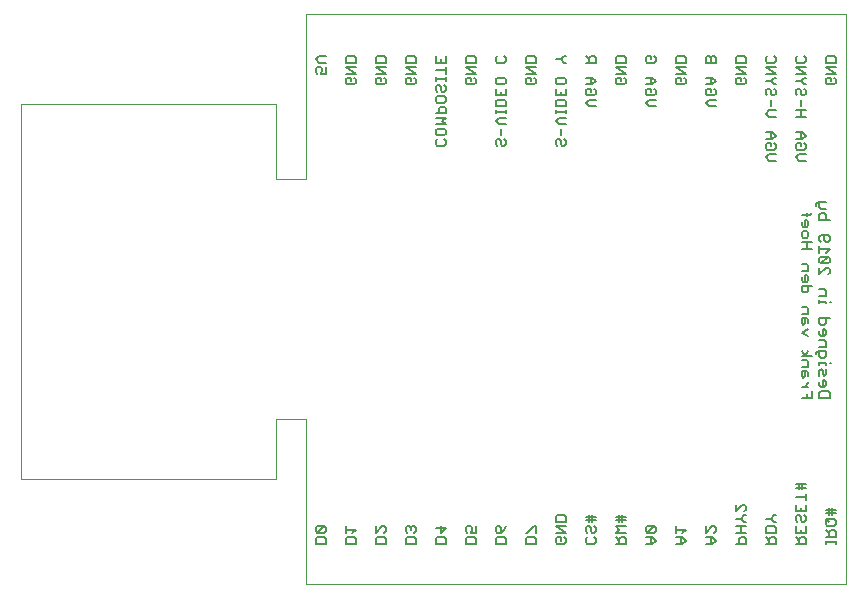
<source format=gbo>
G75*
%MOMM*%
%OFA0B0*%
%FSLAX33Y33*%
%IPPOS*%
%LPD*%
%AMOC8*
5,1,8,0,0,1.08239X$1,22.5*
%
%ADD10C,0.000*%
%ADD11C,0.152*%
D10*
X00354Y09244D02*
X21944Y09244D01*
X21944Y14324D01*
X24484Y14324D01*
X24484Y00354D01*
X70204Y00354D01*
X70204Y48614D01*
X24484Y48614D01*
X24484Y34644D01*
X21944Y34644D01*
X21944Y40994D01*
X00354Y40994D01*
X00354Y09244D01*
D11*
X25322Y05077D02*
X25322Y04794D01*
X25464Y04653D01*
X26029Y05219D01*
X25464Y05219D01*
X25322Y05077D01*
X25464Y04653D02*
X26029Y04653D01*
X26171Y04794D01*
X26171Y05077D01*
X26029Y05219D01*
X26029Y04298D02*
X26171Y04156D01*
X26171Y03732D01*
X25322Y03732D01*
X25322Y04156D01*
X25464Y04298D01*
X26029Y04298D01*
X27862Y04156D02*
X27862Y03732D01*
X28711Y03732D01*
X28711Y04156D01*
X28569Y04298D01*
X28004Y04298D01*
X27862Y04156D01*
X27862Y04653D02*
X27862Y05219D01*
X27862Y04936D02*
X28711Y04936D01*
X28428Y04653D01*
X30402Y04653D02*
X30968Y05219D01*
X31109Y05219D01*
X31251Y05077D01*
X31251Y04794D01*
X31109Y04653D01*
X31109Y04298D02*
X30544Y04298D01*
X30402Y04156D01*
X30402Y03732D01*
X31251Y03732D01*
X31251Y04156D01*
X31109Y04298D01*
X30402Y04653D02*
X30402Y05219D01*
X32942Y05077D02*
X32942Y04794D01*
X33084Y04653D01*
X33084Y04298D02*
X33649Y04298D01*
X33791Y04156D01*
X33791Y03732D01*
X32942Y03732D01*
X32942Y04156D01*
X33084Y04298D01*
X33649Y04653D02*
X33791Y04794D01*
X33791Y05077D01*
X33649Y05219D01*
X33508Y05219D01*
X33366Y05077D01*
X33225Y05219D01*
X33084Y05219D01*
X32942Y05077D01*
X33366Y05077D02*
X33366Y04936D01*
X35482Y05077D02*
X36331Y05077D01*
X35906Y04653D01*
X35906Y05219D01*
X35624Y04298D02*
X36189Y04298D01*
X36331Y04156D01*
X36331Y03732D01*
X35482Y03732D01*
X35482Y04156D01*
X35624Y04298D01*
X38022Y04156D02*
X38022Y03732D01*
X38871Y03732D01*
X38871Y04156D01*
X38729Y04298D01*
X38164Y04298D01*
X38022Y04156D01*
X38164Y04653D02*
X38022Y04794D01*
X38022Y05077D01*
X38164Y05219D01*
X38446Y05219D01*
X38588Y05077D01*
X38588Y04936D01*
X38446Y04653D01*
X38871Y04653D01*
X38871Y05219D01*
X40562Y05077D02*
X40562Y04794D01*
X40704Y04653D01*
X40986Y04653D01*
X40986Y05077D01*
X40845Y05219D01*
X40704Y05219D01*
X40562Y05077D01*
X40986Y04653D02*
X41269Y04936D01*
X41411Y05219D01*
X41269Y04298D02*
X40704Y04298D01*
X40562Y04156D01*
X40562Y03732D01*
X41411Y03732D01*
X41411Y04156D01*
X41269Y04298D01*
X43102Y04156D02*
X43102Y03732D01*
X43951Y03732D01*
X43951Y04156D01*
X43809Y04298D01*
X43244Y04298D01*
X43102Y04156D01*
X43102Y04653D02*
X43244Y04653D01*
X43809Y05219D01*
X43951Y05219D01*
X43951Y04653D01*
X45642Y04653D02*
X46491Y04653D01*
X45642Y05219D01*
X46491Y05219D01*
X46491Y05574D02*
X45642Y05574D01*
X45642Y05998D01*
X45784Y06139D01*
X46349Y06139D01*
X46491Y05998D01*
X46491Y05574D01*
X46349Y04298D02*
X46491Y04156D01*
X46491Y03874D01*
X46349Y03732D01*
X45784Y03732D01*
X45642Y03874D01*
X45642Y04156D01*
X45784Y04298D01*
X46066Y04298D01*
X46066Y04015D01*
X48182Y03874D02*
X48182Y04156D01*
X48324Y04298D01*
X48324Y04653D02*
X48182Y04794D01*
X48182Y05077D01*
X48324Y05219D01*
X48465Y05219D01*
X48606Y05077D01*
X48606Y04794D01*
X48748Y04653D01*
X48889Y04653D01*
X49031Y04794D01*
X49031Y05077D01*
X48889Y05219D01*
X48748Y05574D02*
X48748Y05998D01*
X48748Y06139D01*
X48465Y06139D02*
X48465Y05574D01*
X48182Y05715D02*
X49031Y05715D01*
X49031Y05998D02*
X48182Y05998D01*
X50722Y05998D02*
X51571Y05998D01*
X51571Y05715D02*
X50722Y05715D01*
X51005Y05574D02*
X51005Y06139D01*
X51288Y06139D02*
X51288Y05998D01*
X51288Y05574D01*
X51571Y05219D02*
X50722Y05219D01*
X51005Y04936D01*
X50722Y04653D01*
X51571Y04653D01*
X51429Y04298D02*
X51146Y04298D01*
X51005Y04156D01*
X51005Y03732D01*
X50722Y03732D02*
X51571Y03732D01*
X51571Y04156D01*
X51429Y04298D01*
X51005Y04015D02*
X50722Y04298D01*
X49031Y04156D02*
X49031Y03874D01*
X48889Y03732D01*
X48324Y03732D01*
X48182Y03874D01*
X48889Y04298D02*
X49031Y04156D01*
X53262Y04298D02*
X53828Y04298D01*
X54111Y04015D01*
X53828Y03732D01*
X53262Y03732D01*
X53686Y03732D02*
X53686Y04298D01*
X53404Y04653D02*
X53969Y05219D01*
X53404Y05219D01*
X53262Y05077D01*
X53262Y04794D01*
X53404Y04653D01*
X53969Y04653D01*
X54111Y04794D01*
X54111Y05077D01*
X53969Y05219D01*
X55802Y05219D02*
X55802Y04653D01*
X55802Y04936D02*
X56651Y04936D01*
X56368Y04653D01*
X56368Y04298D02*
X55802Y04298D01*
X56226Y04298D02*
X56226Y03732D01*
X56368Y03732D02*
X56651Y04015D01*
X56368Y04298D01*
X56368Y03732D02*
X55802Y03732D01*
X58342Y03732D02*
X58908Y03732D01*
X59191Y04015D01*
X58908Y04298D01*
X58342Y04298D01*
X58342Y04653D02*
X58908Y05219D01*
X59049Y05219D01*
X59191Y05077D01*
X59191Y04794D01*
X59049Y04653D01*
X58766Y04298D02*
X58766Y03732D01*
X58342Y04653D02*
X58342Y05219D01*
X60882Y05219D02*
X61731Y05219D01*
X61731Y05574D02*
X61589Y05574D01*
X61306Y05857D01*
X60882Y05857D01*
X61306Y05857D02*
X61589Y06139D01*
X61731Y06139D01*
X61589Y06495D02*
X61731Y06636D01*
X61731Y06919D01*
X61589Y07060D01*
X61448Y07060D01*
X60882Y06495D01*
X60882Y07060D01*
X63422Y05857D02*
X63846Y05857D01*
X64129Y06139D01*
X64271Y06139D01*
X63846Y05857D02*
X64129Y05574D01*
X64271Y05574D01*
X64129Y05219D02*
X64271Y05077D01*
X64271Y04653D01*
X63422Y04653D01*
X63422Y05077D01*
X63564Y05219D01*
X64129Y05219D01*
X64129Y04298D02*
X63846Y04298D01*
X63705Y04156D01*
X63705Y03732D01*
X63422Y03732D02*
X64271Y03732D01*
X64271Y04156D01*
X64129Y04298D01*
X63705Y04015D02*
X63422Y04298D01*
X61731Y04156D02*
X61731Y03732D01*
X60882Y03732D01*
X61165Y03732D02*
X61165Y04156D01*
X61306Y04298D01*
X61589Y04298D01*
X61731Y04156D01*
X61731Y04653D02*
X60882Y04653D01*
X61306Y04653D02*
X61306Y05219D01*
X65962Y05219D02*
X65962Y04653D01*
X66811Y04653D01*
X66811Y05219D01*
X66669Y05574D02*
X66528Y05574D01*
X66386Y05715D01*
X66386Y05998D01*
X66245Y06139D01*
X66104Y06139D01*
X65962Y05998D01*
X65962Y05715D01*
X66104Y05574D01*
X66669Y05574D02*
X66811Y05715D01*
X66811Y05998D01*
X66669Y06139D01*
X66811Y06495D02*
X65962Y06495D01*
X65962Y07060D01*
X66386Y06777D02*
X66386Y06495D01*
X66811Y06495D02*
X66811Y07060D01*
X66811Y07415D02*
X66811Y07981D01*
X66811Y07698D02*
X65962Y07698D01*
X66245Y08336D02*
X66245Y08902D01*
X66528Y08902D02*
X66528Y08760D01*
X66528Y08336D01*
X66811Y08478D02*
X65962Y08478D01*
X65962Y08760D02*
X66811Y08760D01*
X68502Y06612D02*
X69351Y06612D01*
X69351Y06329D02*
X68502Y06329D01*
X68785Y06188D02*
X68785Y06753D01*
X69068Y06753D02*
X69068Y06612D01*
X69068Y06188D01*
X69209Y05832D02*
X68644Y05832D01*
X68502Y05691D01*
X68502Y05408D01*
X68644Y05267D01*
X69209Y05267D01*
X69351Y05408D01*
X69351Y05691D01*
X69209Y05832D01*
X68785Y05550D02*
X68502Y05832D01*
X68502Y04912D02*
X68785Y04629D01*
X68785Y04770D02*
X68785Y04346D01*
X68502Y04346D02*
X69351Y04346D01*
X69351Y04770D01*
X69209Y04912D01*
X68926Y04912D01*
X68785Y04770D01*
X68502Y04015D02*
X68502Y03732D01*
X68502Y03874D02*
X69351Y03874D01*
X69351Y04015D02*
X69351Y03732D01*
X66811Y03732D02*
X66811Y04156D01*
X66669Y04298D01*
X66386Y04298D01*
X66245Y04156D01*
X66245Y03732D01*
X65962Y03732D02*
X66811Y03732D01*
X66245Y04015D02*
X65962Y04298D01*
X66386Y04653D02*
X66386Y04936D01*
X66490Y16120D02*
X67339Y16120D01*
X67339Y16685D01*
X67056Y17040D02*
X66490Y17040D01*
X66773Y17040D02*
X67056Y17323D01*
X67056Y17465D01*
X67056Y17949D02*
X67056Y18232D01*
X66914Y18373D01*
X66490Y18373D01*
X66490Y17949D01*
X66632Y17808D01*
X66773Y17949D01*
X66773Y18373D01*
X66490Y18729D02*
X67056Y18729D01*
X67056Y19153D01*
X66914Y19294D01*
X66490Y19294D01*
X66490Y19649D02*
X67339Y19649D01*
X67707Y19779D02*
X67707Y19920D01*
X67849Y20061D01*
X68556Y20061D01*
X68556Y19637D01*
X68414Y19496D01*
X68132Y19496D01*
X67990Y19637D01*
X67990Y20061D01*
X67990Y20417D02*
X68556Y20417D01*
X68556Y20841D01*
X68414Y20982D01*
X67990Y20982D01*
X68132Y21337D02*
X68414Y21337D01*
X68556Y21479D01*
X68556Y21762D01*
X68414Y21903D01*
X68273Y21903D01*
X68273Y21337D01*
X68132Y21337D02*
X67990Y21479D01*
X67990Y21762D01*
X68132Y22258D02*
X68414Y22258D01*
X68556Y22400D01*
X68556Y22824D01*
X68839Y22824D02*
X67990Y22824D01*
X67990Y22400D01*
X68132Y22258D01*
X67056Y22400D02*
X67056Y22682D01*
X66914Y22824D01*
X66490Y22824D01*
X66490Y22400D01*
X66632Y22258D01*
X66773Y22400D01*
X66773Y22824D01*
X66490Y23179D02*
X67056Y23179D01*
X67056Y23603D01*
X66914Y23745D01*
X66490Y23745D01*
X67990Y24100D02*
X67990Y24383D01*
X67990Y24241D02*
X68556Y24241D01*
X68556Y24100D01*
X68839Y24241D02*
X68980Y24241D01*
X68556Y24714D02*
X67990Y24714D01*
X67990Y25279D02*
X68414Y25279D01*
X68556Y25138D01*
X68556Y24714D01*
X67339Y25586D02*
X66490Y25586D01*
X66490Y25162D01*
X66632Y25021D01*
X66914Y25021D01*
X67056Y25162D01*
X67056Y25586D01*
X66914Y25941D02*
X67056Y26083D01*
X67056Y26366D01*
X66914Y26507D01*
X66773Y26507D01*
X66773Y25941D01*
X66632Y25941D02*
X66914Y25941D01*
X66632Y25941D02*
X66490Y26083D01*
X66490Y26366D01*
X66490Y26862D02*
X67056Y26862D01*
X67056Y27286D01*
X66914Y27428D01*
X66490Y27428D01*
X66490Y28704D02*
X67339Y28704D01*
X66914Y28704D02*
X66914Y29269D01*
X66914Y29624D02*
X66632Y29624D01*
X66490Y29766D01*
X66490Y30049D01*
X66632Y30190D01*
X66914Y30190D01*
X67056Y30049D01*
X67056Y29766D01*
X66914Y29624D01*
X66490Y29269D02*
X67339Y29269D01*
X67990Y29459D02*
X67990Y29742D01*
X68132Y29883D01*
X68697Y29883D01*
X68839Y29742D01*
X68839Y29459D01*
X68697Y29318D01*
X68556Y29318D01*
X68414Y29459D01*
X68414Y29883D01*
X67990Y29459D02*
X68132Y29318D01*
X67990Y28962D02*
X67990Y28397D01*
X67990Y28680D02*
X68839Y28680D01*
X68556Y28397D01*
X68697Y28042D02*
X68132Y27476D01*
X67990Y27617D01*
X67990Y27900D01*
X68132Y28042D01*
X68697Y28042D01*
X68839Y27900D01*
X68839Y27617D01*
X68697Y27476D01*
X68132Y27476D01*
X67990Y27121D02*
X67990Y26555D01*
X68556Y27121D01*
X68697Y27121D01*
X68839Y26979D01*
X68839Y26697D01*
X68697Y26555D01*
X66914Y30545D02*
X67056Y30687D01*
X67056Y30969D01*
X66914Y31111D01*
X66773Y31111D01*
X66773Y30545D01*
X66632Y30545D02*
X66914Y30545D01*
X66632Y30545D02*
X66490Y30687D01*
X66490Y30969D01*
X66490Y31607D02*
X67197Y31607D01*
X67339Y31749D01*
X66914Y31749D02*
X66914Y31466D01*
X67990Y31583D02*
X67990Y31159D01*
X68839Y31159D01*
X68556Y31159D02*
X68556Y31583D01*
X68414Y31725D01*
X68132Y31725D01*
X67990Y31583D01*
X68132Y32080D02*
X67990Y32221D01*
X67990Y32645D01*
X67849Y32645D02*
X67707Y32504D01*
X67707Y32363D01*
X67849Y32645D02*
X68556Y32645D01*
X68556Y32080D02*
X68132Y32080D01*
X66827Y36180D02*
X66261Y36180D01*
X65978Y36463D01*
X66261Y36746D01*
X66827Y36746D01*
X66685Y37101D02*
X66120Y37101D01*
X65978Y37243D01*
X65978Y37525D01*
X66120Y37667D01*
X66402Y37667D01*
X66402Y37384D01*
X66685Y37667D02*
X66827Y37525D01*
X66827Y37243D01*
X66685Y37101D01*
X66544Y38022D02*
X65978Y38022D01*
X66402Y38022D02*
X66402Y38587D01*
X66544Y38587D02*
X65978Y38587D01*
X66544Y38587D02*
X66827Y38305D01*
X66544Y38022D01*
X64287Y38305D02*
X64004Y38587D01*
X63438Y38587D01*
X63862Y38587D02*
X63862Y38022D01*
X64004Y38022D02*
X64287Y38305D01*
X64004Y38022D02*
X63438Y38022D01*
X63580Y37667D02*
X63438Y37525D01*
X63438Y37243D01*
X63580Y37101D01*
X64145Y37101D01*
X64287Y37243D01*
X64287Y37525D01*
X64145Y37667D01*
X63862Y37667D02*
X63862Y37384D01*
X63862Y37667D02*
X63580Y37667D01*
X63721Y36746D02*
X64287Y36746D01*
X63721Y36746D02*
X63438Y36463D01*
X63721Y36180D01*
X64287Y36180D01*
X64287Y39863D02*
X63721Y39863D01*
X63438Y40146D01*
X63721Y40429D01*
X64287Y40429D01*
X63862Y40784D02*
X63862Y41350D01*
X64004Y41705D02*
X63862Y41846D01*
X63862Y42129D01*
X63721Y42271D01*
X63580Y42271D01*
X63438Y42129D01*
X63438Y41846D01*
X63580Y41705D01*
X64004Y41705D02*
X64145Y41705D01*
X64287Y41846D01*
X64287Y42129D01*
X64145Y42271D01*
X64145Y42626D02*
X63862Y42909D01*
X63438Y42909D01*
X63862Y42909D02*
X64145Y43191D01*
X64287Y43191D01*
X64287Y43547D02*
X63438Y44112D01*
X64287Y44112D01*
X64145Y44467D02*
X64287Y44609D01*
X64287Y44892D01*
X64145Y45033D01*
X63580Y45033D02*
X63438Y44892D01*
X63438Y44609D01*
X63580Y44467D01*
X64145Y44467D01*
X64287Y43547D02*
X63438Y43547D01*
X64145Y42626D02*
X64287Y42626D01*
X65978Y42909D02*
X66402Y42909D01*
X66685Y43191D01*
X66827Y43191D01*
X66827Y43547D02*
X65978Y44112D01*
X66827Y44112D01*
X66685Y44467D02*
X66120Y44467D01*
X65978Y44609D01*
X65978Y44892D01*
X66120Y45033D01*
X66685Y45033D02*
X66827Y44892D01*
X66827Y44609D01*
X66685Y44467D01*
X66827Y43547D02*
X65978Y43547D01*
X66402Y42909D02*
X66685Y42626D01*
X66827Y42626D01*
X66685Y42271D02*
X66827Y42129D01*
X66827Y41846D01*
X66685Y41705D01*
X66544Y41705D01*
X66402Y41846D01*
X66402Y42129D01*
X66261Y42271D01*
X66120Y42271D01*
X65978Y42129D01*
X65978Y41846D01*
X66120Y41705D01*
X66402Y41350D02*
X66402Y40784D01*
X66402Y40429D02*
X66402Y39863D01*
X65978Y39863D02*
X66827Y39863D01*
X66827Y40429D02*
X65978Y40429D01*
X68518Y42767D02*
X68518Y43050D01*
X68660Y43191D01*
X68942Y43191D01*
X68942Y42909D01*
X69225Y43191D02*
X69367Y43050D01*
X69367Y42767D01*
X69225Y42626D01*
X68660Y42626D01*
X68518Y42767D01*
X68518Y43547D02*
X69367Y43547D01*
X68518Y44112D01*
X69367Y44112D01*
X69367Y44467D02*
X69367Y44892D01*
X69225Y45033D01*
X68660Y45033D01*
X68518Y44892D01*
X68518Y44467D01*
X69367Y44467D01*
X61747Y44467D02*
X61747Y44892D01*
X61605Y45033D01*
X61040Y45033D01*
X60898Y44892D01*
X60898Y44467D01*
X61747Y44467D01*
X61747Y44112D02*
X60898Y44112D01*
X61747Y43547D01*
X60898Y43547D01*
X61040Y43191D02*
X61322Y43191D01*
X61322Y42909D01*
X61040Y43191D02*
X60898Y43050D01*
X60898Y42767D01*
X61040Y42626D01*
X61605Y42626D01*
X61747Y42767D01*
X61747Y43050D01*
X61605Y43191D01*
X59207Y42909D02*
X58924Y43191D01*
X58358Y43191D01*
X58782Y43191D02*
X58782Y42626D01*
X58924Y42626D02*
X59207Y42909D01*
X58924Y42626D02*
X58358Y42626D01*
X58500Y42271D02*
X58782Y42271D01*
X58782Y41988D01*
X58500Y42271D02*
X58358Y42129D01*
X58358Y41846D01*
X58500Y41705D01*
X59065Y41705D01*
X59207Y41846D01*
X59207Y42129D01*
X59065Y42271D01*
X59207Y41350D02*
X58641Y41350D01*
X58358Y41067D01*
X58641Y40784D01*
X59207Y40784D01*
X56667Y42767D02*
X56525Y42626D01*
X55960Y42626D01*
X55818Y42767D01*
X55818Y43050D01*
X55960Y43191D01*
X56242Y43191D01*
X56242Y42909D01*
X56525Y43191D02*
X56667Y43050D01*
X56667Y42767D01*
X56667Y43547D02*
X55818Y43547D01*
X55818Y44112D02*
X56667Y43547D01*
X56667Y44112D02*
X55818Y44112D01*
X55818Y44467D02*
X55818Y44892D01*
X55960Y45033D01*
X56525Y45033D01*
X56667Y44892D01*
X56667Y44467D01*
X55818Y44467D01*
X54127Y44609D02*
X53985Y44467D01*
X53420Y44467D01*
X53278Y44609D01*
X53278Y44892D01*
X53420Y45033D01*
X53702Y45033D01*
X53702Y44750D01*
X53985Y45033D02*
X54127Y44892D01*
X54127Y44609D01*
X53844Y43191D02*
X53278Y43191D01*
X53702Y43191D02*
X53702Y42626D01*
X53844Y42626D02*
X54127Y42909D01*
X53844Y43191D01*
X53844Y42626D02*
X53278Y42626D01*
X53420Y42271D02*
X53702Y42271D01*
X53702Y41988D01*
X53420Y42271D02*
X53278Y42129D01*
X53278Y41846D01*
X53420Y41705D01*
X53985Y41705D01*
X54127Y41846D01*
X54127Y42129D01*
X53985Y42271D01*
X54127Y41350D02*
X53561Y41350D01*
X53278Y41067D01*
X53561Y40784D01*
X54127Y40784D01*
X51587Y42767D02*
X51445Y42626D01*
X50880Y42626D01*
X50738Y42767D01*
X50738Y43050D01*
X50880Y43191D01*
X51162Y43191D01*
X51162Y42909D01*
X51445Y43191D02*
X51587Y43050D01*
X51587Y42767D01*
X51587Y43547D02*
X50738Y44112D01*
X51587Y44112D01*
X51587Y44467D02*
X51587Y44892D01*
X51445Y45033D01*
X50880Y45033D01*
X50738Y44892D01*
X50738Y44467D01*
X51587Y44467D01*
X51587Y43547D02*
X50738Y43547D01*
X49047Y42909D02*
X48764Y43191D01*
X48198Y43191D01*
X48622Y43191D02*
X48622Y42626D01*
X48764Y42626D02*
X48198Y42626D01*
X48340Y42271D02*
X48622Y42271D01*
X48622Y41988D01*
X48340Y42271D02*
X48198Y42129D01*
X48198Y41846D01*
X48340Y41705D01*
X48905Y41705D01*
X49047Y41846D01*
X49047Y42129D01*
X48905Y42271D01*
X48764Y42626D02*
X49047Y42909D01*
X49047Y44467D02*
X48198Y44467D01*
X48481Y44467D02*
X48481Y44892D01*
X48622Y45033D01*
X48905Y45033D01*
X49047Y44892D01*
X49047Y44467D01*
X48481Y44750D02*
X48198Y45033D01*
X46507Y45033D02*
X46365Y45033D01*
X46082Y44750D01*
X45658Y44750D01*
X46082Y44750D02*
X46365Y44467D01*
X46507Y44467D01*
X46365Y43191D02*
X45800Y43191D01*
X45658Y43050D01*
X45658Y42767D01*
X45800Y42626D01*
X46365Y42626D01*
X46507Y42767D01*
X46507Y43050D01*
X46365Y43191D01*
X46507Y42271D02*
X46507Y41705D01*
X45658Y41705D01*
X45658Y42271D01*
X46082Y41988D02*
X46082Y41705D01*
X45800Y41350D02*
X46365Y41350D01*
X46507Y41208D01*
X46507Y40784D01*
X45658Y40784D01*
X45658Y41208D01*
X45800Y41350D01*
X45658Y40453D02*
X45658Y40170D01*
X45658Y40312D02*
X46507Y40312D01*
X46507Y40453D02*
X46507Y40170D01*
X46507Y39815D02*
X45941Y39815D01*
X45658Y39532D01*
X45941Y39250D01*
X46507Y39250D01*
X46082Y38894D02*
X46082Y38329D01*
X45941Y37974D02*
X45800Y37974D01*
X45658Y37832D01*
X45658Y37549D01*
X45800Y37408D01*
X46082Y37549D02*
X46082Y37832D01*
X45941Y37974D01*
X46365Y37974D02*
X46507Y37832D01*
X46507Y37549D01*
X46365Y37408D01*
X46224Y37408D01*
X46082Y37549D01*
X48481Y40784D02*
X48198Y41067D01*
X48481Y41350D01*
X49047Y41350D01*
X49047Y40784D02*
X48481Y40784D01*
X43967Y42767D02*
X43825Y42626D01*
X43260Y42626D01*
X43118Y42767D01*
X43118Y43050D01*
X43260Y43191D01*
X43542Y43191D01*
X43542Y42909D01*
X43825Y43191D02*
X43967Y43050D01*
X43967Y42767D01*
X43967Y43547D02*
X43118Y43547D01*
X43118Y44112D02*
X43967Y43547D01*
X43967Y44112D02*
X43118Y44112D01*
X43118Y44467D02*
X43118Y44892D01*
X43260Y45033D01*
X43825Y45033D01*
X43967Y44892D01*
X43967Y44467D01*
X43118Y44467D01*
X41427Y44609D02*
X41285Y44467D01*
X40720Y44467D01*
X40578Y44609D01*
X40578Y44892D01*
X40720Y45033D01*
X41285Y45033D02*
X41427Y44892D01*
X41427Y44609D01*
X41285Y43191D02*
X40720Y43191D01*
X40578Y43050D01*
X40578Y42767D01*
X40720Y42626D01*
X41285Y42626D01*
X41427Y42767D01*
X41427Y43050D01*
X41285Y43191D01*
X41427Y42271D02*
X41427Y41705D01*
X40578Y41705D01*
X40578Y42271D01*
X41002Y41988D02*
X41002Y41705D01*
X40720Y41350D02*
X41285Y41350D01*
X41427Y41208D01*
X41427Y40784D01*
X40578Y40784D01*
X40578Y41208D01*
X40720Y41350D01*
X40578Y40453D02*
X40578Y40170D01*
X40578Y40312D02*
X41427Y40312D01*
X41427Y40453D02*
X41427Y40170D01*
X41427Y39815D02*
X40861Y39815D01*
X40578Y39532D01*
X40861Y39250D01*
X41427Y39250D01*
X41002Y38894D02*
X41002Y38329D01*
X40861Y37974D02*
X40720Y37974D01*
X40578Y37832D01*
X40578Y37549D01*
X40720Y37408D01*
X41002Y37549D02*
X41002Y37832D01*
X40861Y37974D01*
X41285Y37974D02*
X41427Y37832D01*
X41427Y37549D01*
X41285Y37408D01*
X41144Y37408D01*
X41002Y37549D01*
X36347Y37549D02*
X36205Y37408D01*
X35640Y37408D01*
X35498Y37549D01*
X35498Y37832D01*
X35640Y37974D01*
X35640Y38329D02*
X35498Y38470D01*
X35498Y38753D01*
X35640Y38894D01*
X36205Y38894D01*
X36347Y38753D01*
X36347Y38470D01*
X36205Y38329D01*
X35640Y38329D01*
X36205Y37974D02*
X36347Y37832D01*
X36347Y37549D01*
X36347Y39250D02*
X35498Y39250D01*
X35498Y39815D02*
X36347Y39815D01*
X36064Y39532D01*
X36347Y39250D01*
X36347Y40170D02*
X35498Y40170D01*
X35781Y40170D02*
X35781Y40595D01*
X35922Y40736D01*
X36205Y40736D01*
X36347Y40595D01*
X36347Y40170D01*
X36205Y41091D02*
X35640Y41091D01*
X35498Y41233D01*
X35498Y41515D01*
X35640Y41657D01*
X36205Y41657D01*
X36347Y41515D01*
X36347Y41233D01*
X36205Y41091D01*
X36205Y42012D02*
X36064Y42012D01*
X35922Y42153D01*
X35922Y42436D01*
X35781Y42578D01*
X35640Y42578D01*
X35498Y42436D01*
X35498Y42153D01*
X35640Y42012D01*
X36205Y42012D02*
X36347Y42153D01*
X36347Y42436D01*
X36205Y42578D01*
X36347Y42933D02*
X36347Y43216D01*
X36347Y43074D02*
X35498Y43074D01*
X35498Y42933D02*
X35498Y43216D01*
X35498Y43829D02*
X36347Y43829D01*
X36347Y43547D02*
X36347Y44112D01*
X36347Y44467D02*
X35498Y44467D01*
X35498Y45033D01*
X35922Y44750D02*
X35922Y44467D01*
X36347Y44467D02*
X36347Y45033D01*
X38038Y44892D02*
X38038Y44467D01*
X38887Y44467D01*
X38887Y44892D01*
X38745Y45033D01*
X38180Y45033D01*
X38038Y44892D01*
X38038Y44112D02*
X38887Y44112D01*
X38887Y43547D02*
X38038Y43547D01*
X38180Y43191D02*
X38038Y43050D01*
X38038Y42767D01*
X38180Y42626D01*
X38745Y42626D01*
X38887Y42767D01*
X38887Y43050D01*
X38745Y43191D01*
X38462Y43191D02*
X38462Y42909D01*
X38462Y43191D02*
X38180Y43191D01*
X38887Y43547D02*
X38038Y44112D01*
X33807Y44112D02*
X32958Y44112D01*
X33807Y43547D01*
X32958Y43547D01*
X33100Y43191D02*
X33382Y43191D01*
X33382Y42909D01*
X33100Y43191D02*
X32958Y43050D01*
X32958Y42767D01*
X33100Y42626D01*
X33665Y42626D01*
X33807Y42767D01*
X33807Y43050D01*
X33665Y43191D01*
X33807Y44467D02*
X32958Y44467D01*
X32958Y44892D01*
X33100Y45033D01*
X33665Y45033D01*
X33807Y44892D01*
X33807Y44467D01*
X31267Y44467D02*
X31267Y44892D01*
X31125Y45033D01*
X30560Y45033D01*
X30418Y44892D01*
X30418Y44467D01*
X31267Y44467D01*
X31267Y44112D02*
X30418Y44112D01*
X31267Y43547D01*
X30418Y43547D01*
X30560Y43191D02*
X30842Y43191D01*
X30842Y42909D01*
X30560Y43191D02*
X30418Y43050D01*
X30418Y42767D01*
X30560Y42626D01*
X31125Y42626D01*
X31267Y42767D01*
X31267Y43050D01*
X31125Y43191D01*
X28727Y43050D02*
X28727Y42767D01*
X28585Y42626D01*
X28020Y42626D01*
X27878Y42767D01*
X27878Y43050D01*
X28020Y43191D01*
X28302Y43191D01*
X28302Y42909D01*
X28585Y43191D02*
X28727Y43050D01*
X28727Y43547D02*
X27878Y43547D01*
X27878Y44112D02*
X28727Y43547D01*
X28727Y44112D02*
X27878Y44112D01*
X27878Y44467D02*
X27878Y44892D01*
X28020Y45033D01*
X28585Y45033D01*
X28727Y44892D01*
X28727Y44467D01*
X27878Y44467D01*
X26187Y44467D02*
X25621Y44467D01*
X25338Y44750D01*
X25621Y45033D01*
X26187Y45033D01*
X26187Y44112D02*
X26187Y43547D01*
X25762Y43547D01*
X25904Y43829D01*
X25904Y43971D01*
X25762Y44112D01*
X25480Y44112D01*
X25338Y43971D01*
X25338Y43688D01*
X25480Y43547D01*
X58358Y44467D02*
X58358Y44892D01*
X58500Y45033D01*
X58641Y45033D01*
X58782Y44892D01*
X58782Y44467D01*
X58358Y44467D02*
X59207Y44467D01*
X59207Y44892D01*
X59065Y45033D01*
X58924Y45033D01*
X58782Y44892D01*
X67056Y21903D02*
X66490Y21620D01*
X67056Y21337D01*
X67056Y20073D02*
X66773Y19649D01*
X66490Y20073D01*
X67990Y19165D02*
X67990Y18882D01*
X67990Y19023D02*
X68556Y19023D01*
X68556Y18882D01*
X68839Y19023D02*
X68980Y19023D01*
X68556Y18527D02*
X68556Y18103D01*
X68414Y17961D01*
X68273Y18103D01*
X68273Y18385D01*
X68132Y18527D01*
X67990Y18385D01*
X67990Y17961D01*
X68273Y17606D02*
X68273Y17040D01*
X68414Y17040D02*
X68556Y17182D01*
X68556Y17465D01*
X68414Y17606D01*
X68273Y17606D01*
X67990Y17465D02*
X67990Y17182D01*
X68132Y17040D01*
X68414Y17040D01*
X68132Y16685D02*
X68697Y16685D01*
X68839Y16544D01*
X68839Y16120D01*
X67990Y16120D01*
X67990Y16544D01*
X68132Y16685D01*
X66914Y16402D02*
X66914Y16120D01*
M02*

</source>
